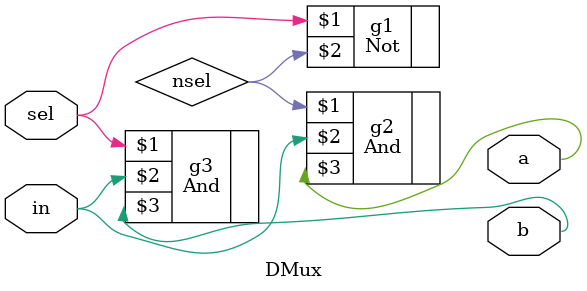
<source format=v>
`ifndef DMUX_V
`define DMUX_V
/**
 * Demultiplexor:
 * if sel == 0, a= in, b = 0;
 * if sel == 1, a= 0, b = in;
 */

module DMux(input in, sel, output a, b);
  Not g1(sel, nsel);
  And g2(nsel, in, a);
  And g3(sel,  in, b);
endmodule

`endif




</source>
